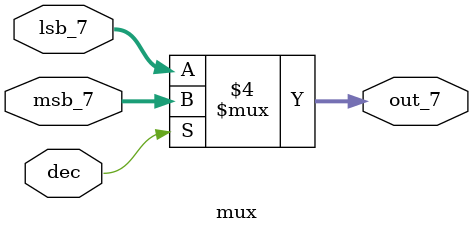
<source format=v>
`timescale 1ns / 1ps
module mux(
    input [6:0] msb_7,
    input [6:0] lsb_7,
    output reg [6:0] out_7,
    input dec
    );
	 
	 
	 always@(dec)
	 if (dec == 0)
	 begin
		out_7 = lsb_7;
	 end
	 else
	 begin
		out_7 = msb_7;
	 end
endmodule

</source>
